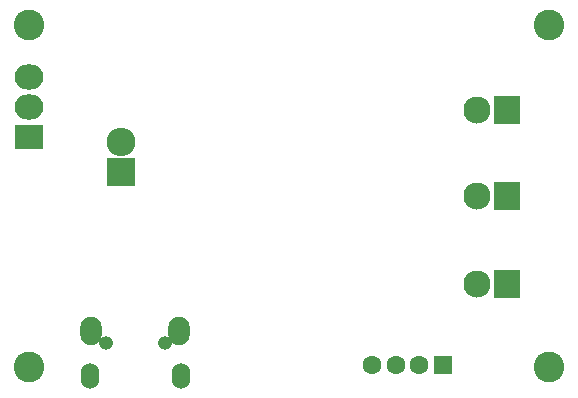
<source format=gbs>
G04 #@! TF.GenerationSoftware,KiCad,Pcbnew,(5.1.5)-3*
G04 #@! TF.CreationDate,2020-01-07T01:01:48+09:00*
G04 #@! TF.ProjectId,irController,6972436f-6e74-4726-9f6c-6c65722e6b69,rev?*
G04 #@! TF.SameCoordinates,Original*
G04 #@! TF.FileFunction,Soldermask,Bot*
G04 #@! TF.FilePolarity,Negative*
%FSLAX46Y46*%
G04 Gerber Fmt 4.6, Leading zero omitted, Abs format (unit mm)*
G04 Created by KiCad (PCBNEW (5.1.5)-3) date 2020-01-07 01:01:48*
%MOMM*%
%LPD*%
G04 APERTURE LIST*
%ADD10C,2.300000*%
%ADD11R,2.300000X2.400000*%
%ADD12C,2.600000*%
%ADD13R,2.432000X2.432000*%
%ADD14O,2.432000X2.432000*%
%ADD15R,2.432000X2.127200*%
%ADD16O,2.432000X2.127200*%
%ADD17R,1.600000X1.600000*%
%ADD18C,1.600000*%
%ADD19O,1.850000X2.400000*%
%ADD20O,1.550000X2.200000*%
%ADD21O,1.200000X1.200000*%
G04 APERTURE END LIST*
D10*
X172460000Y-93472000D03*
D11*
X175000000Y-93472000D03*
D10*
X172460000Y-78681580D03*
D11*
X175000000Y-78681580D03*
D10*
X172460000Y-86000000D03*
D11*
X175000000Y-86000000D03*
D12*
X178500000Y-100500000D03*
X178500000Y-71500000D03*
X134500000Y-71500000D03*
X134500000Y-100500000D03*
D13*
X142250000Y-84000000D03*
D14*
X142250000Y-81460000D03*
D15*
X134500000Y-81000000D03*
D16*
X134500000Y-78460000D03*
X134500000Y-75920000D03*
D17*
X169545000Y-100330000D03*
D18*
X167545000Y-100330000D03*
X165545000Y-100330000D03*
X163545000Y-100330000D03*
D19*
X139775000Y-97400000D03*
X147225000Y-97400000D03*
D20*
X139625000Y-101200000D03*
X147375000Y-101200000D03*
D21*
X141000000Y-98450000D03*
X146000000Y-98450000D03*
M02*

</source>
